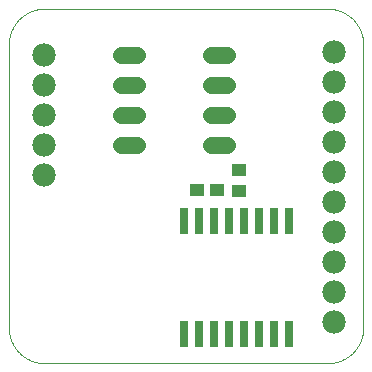
<source format=gbs>
G75*
%MOIN*%
%OFA0B0*%
%FSLAX25Y25*%
%IPPOS*%
%LPD*%
%AMOC8*
5,1,8,0,0,1.08239X$1,22.5*
%
%ADD10C,0.00000*%
%ADD11R,0.04731X0.04337*%
%ADD12R,0.02762X0.09061*%
%ADD13C,0.05600*%
%ADD14C,0.07800*%
D10*
X0001500Y0013311D02*
X0001500Y0107799D01*
X0001503Y0108084D01*
X0001514Y0108370D01*
X0001531Y0108655D01*
X0001555Y0108939D01*
X0001586Y0109223D01*
X0001624Y0109506D01*
X0001669Y0109787D01*
X0001720Y0110068D01*
X0001778Y0110348D01*
X0001843Y0110626D01*
X0001915Y0110902D01*
X0001993Y0111176D01*
X0002078Y0111449D01*
X0002170Y0111719D01*
X0002268Y0111987D01*
X0002372Y0112253D01*
X0002483Y0112516D01*
X0002600Y0112776D01*
X0002723Y0113034D01*
X0002853Y0113288D01*
X0002989Y0113539D01*
X0003130Y0113787D01*
X0003278Y0114031D01*
X0003431Y0114272D01*
X0003591Y0114508D01*
X0003756Y0114741D01*
X0003926Y0114970D01*
X0004102Y0115195D01*
X0004284Y0115415D01*
X0004470Y0115631D01*
X0004662Y0115842D01*
X0004859Y0116049D01*
X0005061Y0116251D01*
X0005268Y0116448D01*
X0005479Y0116640D01*
X0005695Y0116826D01*
X0005915Y0117008D01*
X0006140Y0117184D01*
X0006369Y0117354D01*
X0006602Y0117519D01*
X0006838Y0117679D01*
X0007079Y0117832D01*
X0007323Y0117980D01*
X0007571Y0118121D01*
X0007822Y0118257D01*
X0008076Y0118387D01*
X0008334Y0118510D01*
X0008594Y0118627D01*
X0008857Y0118738D01*
X0009123Y0118842D01*
X0009391Y0118940D01*
X0009661Y0119032D01*
X0009934Y0119117D01*
X0010208Y0119195D01*
X0010484Y0119267D01*
X0010762Y0119332D01*
X0011042Y0119390D01*
X0011323Y0119441D01*
X0011604Y0119486D01*
X0011887Y0119524D01*
X0012171Y0119555D01*
X0012455Y0119579D01*
X0012740Y0119596D01*
X0013026Y0119607D01*
X0013311Y0119610D01*
X0107799Y0119610D01*
X0108084Y0119607D01*
X0108370Y0119596D01*
X0108655Y0119579D01*
X0108939Y0119555D01*
X0109223Y0119524D01*
X0109506Y0119486D01*
X0109787Y0119441D01*
X0110068Y0119390D01*
X0110348Y0119332D01*
X0110626Y0119267D01*
X0110902Y0119195D01*
X0111176Y0119117D01*
X0111449Y0119032D01*
X0111719Y0118940D01*
X0111987Y0118842D01*
X0112253Y0118738D01*
X0112516Y0118627D01*
X0112776Y0118510D01*
X0113034Y0118387D01*
X0113288Y0118257D01*
X0113539Y0118121D01*
X0113787Y0117980D01*
X0114031Y0117832D01*
X0114272Y0117679D01*
X0114508Y0117519D01*
X0114741Y0117354D01*
X0114970Y0117184D01*
X0115195Y0117008D01*
X0115415Y0116826D01*
X0115631Y0116640D01*
X0115842Y0116448D01*
X0116049Y0116251D01*
X0116251Y0116049D01*
X0116448Y0115842D01*
X0116640Y0115631D01*
X0116826Y0115415D01*
X0117008Y0115195D01*
X0117184Y0114970D01*
X0117354Y0114741D01*
X0117519Y0114508D01*
X0117679Y0114272D01*
X0117832Y0114031D01*
X0117980Y0113787D01*
X0118121Y0113539D01*
X0118257Y0113288D01*
X0118387Y0113034D01*
X0118510Y0112776D01*
X0118627Y0112516D01*
X0118738Y0112253D01*
X0118842Y0111987D01*
X0118940Y0111719D01*
X0119032Y0111449D01*
X0119117Y0111176D01*
X0119195Y0110902D01*
X0119267Y0110626D01*
X0119332Y0110348D01*
X0119390Y0110068D01*
X0119441Y0109787D01*
X0119486Y0109506D01*
X0119524Y0109223D01*
X0119555Y0108939D01*
X0119579Y0108655D01*
X0119596Y0108370D01*
X0119607Y0108084D01*
X0119610Y0107799D01*
X0119610Y0013311D01*
X0119607Y0013026D01*
X0119596Y0012740D01*
X0119579Y0012455D01*
X0119555Y0012171D01*
X0119524Y0011887D01*
X0119486Y0011604D01*
X0119441Y0011323D01*
X0119390Y0011042D01*
X0119332Y0010762D01*
X0119267Y0010484D01*
X0119195Y0010208D01*
X0119117Y0009934D01*
X0119032Y0009661D01*
X0118940Y0009391D01*
X0118842Y0009123D01*
X0118738Y0008857D01*
X0118627Y0008594D01*
X0118510Y0008334D01*
X0118387Y0008076D01*
X0118257Y0007822D01*
X0118121Y0007571D01*
X0117980Y0007323D01*
X0117832Y0007079D01*
X0117679Y0006838D01*
X0117519Y0006602D01*
X0117354Y0006369D01*
X0117184Y0006140D01*
X0117008Y0005915D01*
X0116826Y0005695D01*
X0116640Y0005479D01*
X0116448Y0005268D01*
X0116251Y0005061D01*
X0116049Y0004859D01*
X0115842Y0004662D01*
X0115631Y0004470D01*
X0115415Y0004284D01*
X0115195Y0004102D01*
X0114970Y0003926D01*
X0114741Y0003756D01*
X0114508Y0003591D01*
X0114272Y0003431D01*
X0114031Y0003278D01*
X0113787Y0003130D01*
X0113539Y0002989D01*
X0113288Y0002853D01*
X0113034Y0002723D01*
X0112776Y0002600D01*
X0112516Y0002483D01*
X0112253Y0002372D01*
X0111987Y0002268D01*
X0111719Y0002170D01*
X0111449Y0002078D01*
X0111176Y0001993D01*
X0110902Y0001915D01*
X0110626Y0001843D01*
X0110348Y0001778D01*
X0110068Y0001720D01*
X0109787Y0001669D01*
X0109506Y0001624D01*
X0109223Y0001586D01*
X0108939Y0001555D01*
X0108655Y0001531D01*
X0108370Y0001514D01*
X0108084Y0001503D01*
X0107799Y0001500D01*
X0013311Y0001500D01*
X0013026Y0001503D01*
X0012740Y0001514D01*
X0012455Y0001531D01*
X0012171Y0001555D01*
X0011887Y0001586D01*
X0011604Y0001624D01*
X0011323Y0001669D01*
X0011042Y0001720D01*
X0010762Y0001778D01*
X0010484Y0001843D01*
X0010208Y0001915D01*
X0009934Y0001993D01*
X0009661Y0002078D01*
X0009391Y0002170D01*
X0009123Y0002268D01*
X0008857Y0002372D01*
X0008594Y0002483D01*
X0008334Y0002600D01*
X0008076Y0002723D01*
X0007822Y0002853D01*
X0007571Y0002989D01*
X0007323Y0003130D01*
X0007079Y0003278D01*
X0006838Y0003431D01*
X0006602Y0003591D01*
X0006369Y0003756D01*
X0006140Y0003926D01*
X0005915Y0004102D01*
X0005695Y0004284D01*
X0005479Y0004470D01*
X0005268Y0004662D01*
X0005061Y0004859D01*
X0004859Y0005061D01*
X0004662Y0005268D01*
X0004470Y0005479D01*
X0004284Y0005695D01*
X0004102Y0005915D01*
X0003926Y0006140D01*
X0003756Y0006369D01*
X0003591Y0006602D01*
X0003431Y0006838D01*
X0003278Y0007079D01*
X0003130Y0007323D01*
X0002989Y0007571D01*
X0002853Y0007822D01*
X0002723Y0008076D01*
X0002600Y0008334D01*
X0002483Y0008594D01*
X0002372Y0008857D01*
X0002268Y0009123D01*
X0002170Y0009391D01*
X0002078Y0009661D01*
X0001993Y0009934D01*
X0001915Y0010208D01*
X0001843Y0010484D01*
X0001778Y0010762D01*
X0001720Y0011042D01*
X0001669Y0011323D01*
X0001624Y0011604D01*
X0001586Y0011887D01*
X0001555Y0012171D01*
X0001531Y0012455D01*
X0001514Y0012740D01*
X0001503Y0013026D01*
X0001500Y0013311D01*
D11*
X0064256Y0059059D03*
X0070949Y0059059D03*
X0078193Y0059020D03*
X0078193Y0065713D03*
D12*
X0079787Y0049039D03*
X0074787Y0049039D03*
X0069787Y0049039D03*
X0064787Y0049039D03*
X0059787Y0049039D03*
X0084787Y0049039D03*
X0089787Y0049039D03*
X0094787Y0049039D03*
X0094787Y0011343D03*
X0089787Y0011343D03*
X0084787Y0011343D03*
X0079787Y0011343D03*
X0074787Y0011343D03*
X0069787Y0011343D03*
X0064787Y0011343D03*
X0059787Y0011343D03*
D13*
X0069018Y0074098D02*
X0074218Y0074098D01*
X0074218Y0084098D02*
X0069018Y0084098D01*
X0069018Y0094098D02*
X0074218Y0094098D01*
X0074218Y0104098D02*
X0069018Y0104098D01*
X0044218Y0104098D02*
X0039018Y0104098D01*
X0039018Y0094098D02*
X0044218Y0094098D01*
X0044218Y0084098D02*
X0039018Y0084098D01*
X0039018Y0074098D02*
X0044218Y0074098D01*
D14*
X0013311Y0074295D03*
X0013311Y0064295D03*
X0013311Y0084295D03*
X0013311Y0094295D03*
X0013311Y0104295D03*
X0109768Y0105280D03*
X0109768Y0095280D03*
X0109768Y0085280D03*
X0109768Y0075280D03*
X0109768Y0065280D03*
X0109768Y0055280D03*
X0109768Y0045280D03*
X0109768Y0035280D03*
X0109768Y0025280D03*
X0109768Y0015280D03*
M02*

</source>
